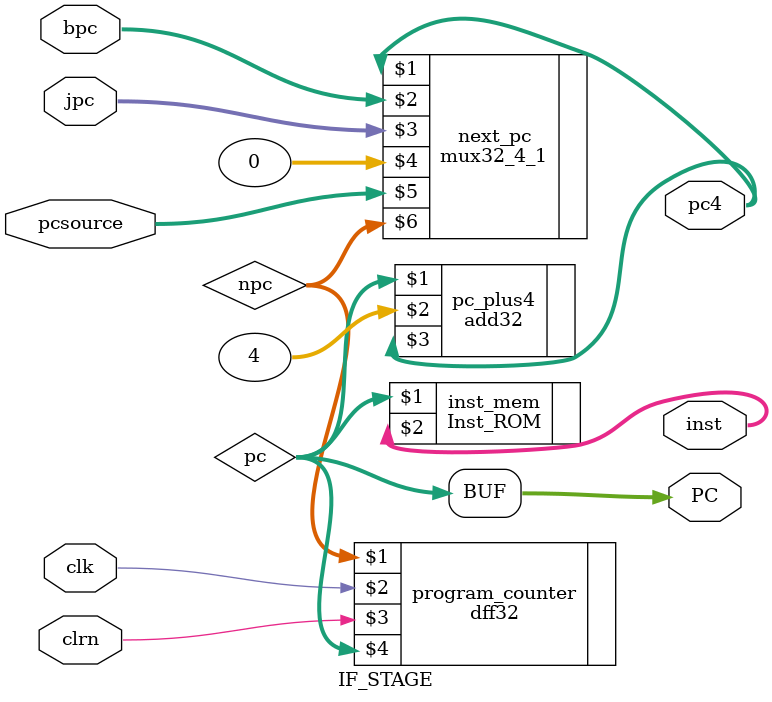
<source format=v>
module IF_STAGE(clk,clrn,pcsource,bpc,jpc,pc4,inst, PC
    );
	 input clk, clrn;
	 input [31:0] bpc,jpc;
	 input [1:0] pcsource;
	 
	 output [31:0] pc4,inst;
	 output [31:0] PC;
	 
	 wire [31:0] pc;
	 wire [31:0] npc;
	 
 	 dff32 program_counter(npc,clk,clrn,pc);   //ÀûÓÃ32Î»µÄD´¥·¢Æ÷ÊµÏÖPC
	 add32 pc_plus4(pc,32'h4,pc4);//32Î»¼Ó·¨Æ÷£¬ÓÃÀ´¼ÆËãPC+4
	 mux32_4_1 next_pc(pc4,bpc,jpc,32'b0,pcsource,npc);//¸ù¾ÝpcsourceÐÅºÅÑ¡ÔñÏÂÒ»ÌõÖ¸ÁîµÄµØÖ·
	 Inst_ROM inst_mem(pc,inst); //Ö¸Áî´æ´¢Æ÷
	 
	 assign PC=pc;
	 
endmodule

</source>
